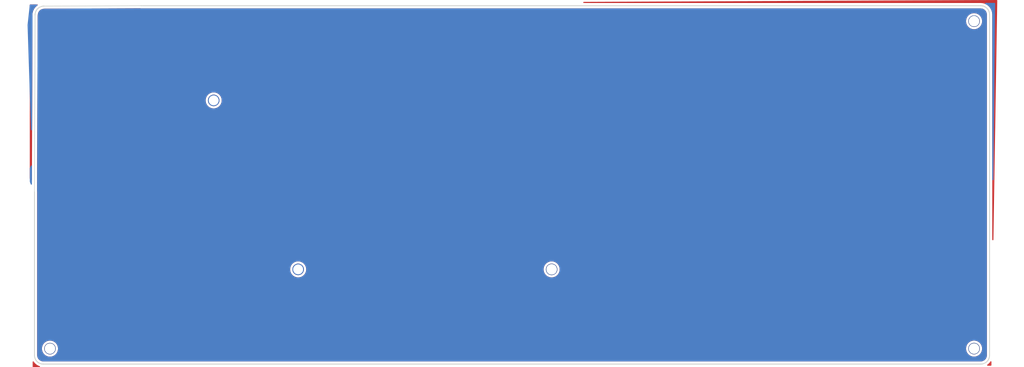
<source format=kicad_pcb>
(kicad_pcb (version 20171130) (host pcbnew "(5.1.0-0)")

  (general
    (thickness 1.6)
    (drawings 14)
    (tracks 0)
    (zones 0)
    (modules 6)
    (nets 1)
  )

  (page A4)
  (layers
    (0 F.Cu signal)
    (31 B.Cu signal)
    (32 B.Adhes user)
    (33 F.Adhes user)
    (34 B.Paste user)
    (35 F.Paste user)
    (36 B.SilkS user)
    (37 F.SilkS user)
    (38 B.Mask user)
    (39 F.Mask user)
    (40 Dwgs.User user)
    (41 Cmts.User user)
    (42 Eco1.User user)
    (43 Eco2.User user)
    (44 Edge.Cuts user)
    (45 Margin user)
    (46 B.CrtYd user)
    (47 F.CrtYd user)
    (48 B.Fab user)
    (49 F.Fab user)
  )

  (setup
    (last_trace_width 0.25)
    (trace_clearance 0.2)
    (zone_clearance 0.508)
    (zone_45_only no)
    (trace_min 0.2)
    (via_size 0.8)
    (via_drill 0.4)
    (via_min_size 0.4)
    (via_min_drill 0.3)
    (uvia_size 0.3)
    (uvia_drill 0.1)
    (uvias_allowed no)
    (uvia_min_size 0.2)
    (uvia_min_drill 0.1)
    (edge_width 0.15)
    (segment_width 0.2)
    (pcb_text_width 0.3)
    (pcb_text_size 1.5 1.5)
    (mod_edge_width 0.15)
    (mod_text_size 1 1)
    (mod_text_width 0.15)
    (pad_size 2.6 2.6)
    (pad_drill 2.2)
    (pad_to_mask_clearance 0.2)
    (aux_axis_origin 0 0)
    (visible_elements 7FFFFFFF)
    (pcbplotparams
      (layerselection 0x010f0_ffffffff)
      (usegerberextensions false)
      (usegerberattributes false)
      (usegerberadvancedattributes false)
      (creategerberjobfile false)
      (excludeedgelayer true)
      (linewidth 0.150000)
      (plotframeref false)
      (viasonmask false)
      (mode 1)
      (useauxorigin false)
      (hpglpennumber 1)
      (hpglpenspeed 20)
      (hpglpendiameter 15.000000)
      (psnegative false)
      (psa4output false)
      (plotreference true)
      (plotvalue true)
      (plotinvisibletext false)
      (padsonsilk false)
      (subtractmaskfromsilk false)
      (outputformat 1)
      (mirror false)
      (drillshape 0)
      (scaleselection 1)
      (outputdirectory ""))
  )

  (net 0 "")

  (net_class Default "This is the default net class."
    (clearance 0.2)
    (trace_width 0.25)
    (via_dia 0.8)
    (via_drill 0.4)
    (uvia_dia 0.3)
    (uvia_drill 0.1)
  )

  (module MountingHole:MountingHole_2.2mm_M2_Pad (layer F.Cu) (tedit 5CF9F190) (tstamp 5CF9F7C5)
    (at 89.08 100.23)
    (descr "Mounting Hole 2.2mm, M2")
    (tags "mounting hole 2.2mm m2")
    (attr virtual)
    (fp_text reference REF** (at 0 -3.2) (layer F.SilkS) hide
      (effects (font (size 1 1) (thickness 0.15)))
    )
    (fp_text value MountingHole_2.2mm_M2_Pad (at 0 3.2) (layer F.Fab)
      (effects (font (size 1 1) (thickness 0.15)))
    )
    (fp_circle (center 0 0) (end 2.45 0) (layer F.CrtYd) (width 0.05))
    (fp_circle (center 0 0) (end 2.2 0) (layer Cmts.User) (width 0.15))
    (fp_text user %R (at 0.3 0) (layer F.Fab)
      (effects (font (size 1 1) (thickness 0.15)))
    )
    (pad 1 thru_hole circle (at 0 0) (size 2.6 2.6) (drill 2.2) (layers *.Cu *.Mask))
  )

  (module MountingHole:MountingHole_2.2mm_M2_Pad (layer F.Cu) (tedit 5CF9F0E2) (tstamp 5CF9F6D3)
    (at 70.03 62.13)
    (descr "Mounting Hole 2.2mm, M2")
    (tags "mounting hole 2.2mm m2")
    (attr virtual)
    (fp_text reference REF** (at 0 -3.2) (layer F.SilkS) hide
      (effects (font (size 1 1) (thickness 0.15)))
    )
    (fp_text value MountingHole_2.2mm_M2_Pad (at 0 3.2) (layer F.Fab)
      (effects (font (size 1 1) (thickness 0.15)))
    )
    (fp_circle (center 0 0) (end 2.45 0) (layer F.CrtYd) (width 0.05))
    (fp_circle (center 0 0) (end 2.2 0) (layer Cmts.User) (width 0.15))
    (fp_text user %R (at 0.3 0) (layer F.Fab)
      (effects (font (size 1 1) (thickness 0.15)))
    )
    (pad 1 thru_hole circle (at 0 0) (size 2.6 2.6) (drill 2.2) (layers *.Cu *.Mask))
  )

  (module MountingHole:MountingHole_2.2mm_M2_Pad (layer F.Cu) (tedit 5C92719F) (tstamp 5C927400)
    (at 241.48 118.09)
    (descr "Mounting Hole 2.2mm, M2")
    (tags "mounting hole 2.2mm m2")
    (attr virtual)
    (fp_text reference "" (at 0 -3.2) (layer F.SilkS)
      (effects (font (size 1 1) (thickness 0.15)))
    )
    (fp_text value MountingHole_2.2mm_M2_Pad (at 0 3.2) (layer F.Fab)
      (effects (font (size 1 1) (thickness 0.15)))
    )
    (fp_circle (center 0 0) (end 2.45 0) (layer F.CrtYd) (width 0.05))
    (fp_circle (center 0 0) (end 2.2 0) (layer Cmts.User) (width 0.15))
    (fp_text user %R (at 0.3 0) (layer F.Fab)
      (effects (font (size 1 1) (thickness 0.15)))
    )
    (pad 1 thru_hole circle (at 0 0) (size 2.6 2.6) (drill 2.2) (layers *.Cu *.Mask))
  )

  (module MountingHole:MountingHole_2.2mm_M2_Pad (layer F.Cu) (tedit 5C9271A9) (tstamp 5C927477)
    (at 241.48 44.27)
    (descr "Mounting Hole 2.2mm, M2")
    (tags "mounting hole 2.2mm m2")
    (attr virtual)
    (fp_text reference "" (at 0 -3.2) (layer F.SilkS)
      (effects (font (size 1 1) (thickness 0.15)))
    )
    (fp_text value MountingHole_2.2mm_M2_Pad (at 0 3.2) (layer F.Fab)
      (effects (font (size 1 1) (thickness 0.15)))
    )
    (fp_circle (center 0 0) (end 2.45 0) (layer F.CrtYd) (width 0.05))
    (fp_circle (center 0 0) (end 2.2 0) (layer Cmts.User) (width 0.15))
    (fp_text user %R (at 0.3 0) (layer F.Fab)
      (effects (font (size 1 1) (thickness 0.15)))
    )
    (pad 1 thru_hole circle (at 0 0) (size 2.6 2.6) (drill 2.2) (layers *.Cu *.Mask))
  )

  (module MountingHole:MountingHole_2.2mm_M2_Pad (layer F.Cu) (tedit 5C9271A4) (tstamp 5C9274CF)
    (at 146.23 100.23)
    (descr "Mounting Hole 2.2mm, M2")
    (tags "mounting hole 2.2mm m2")
    (attr virtual)
    (fp_text reference "" (at 0 -3.2) (layer F.SilkS)
      (effects (font (size 1 1) (thickness 0.15)))
    )
    (fp_text value MountingHole_2.2mm_M2_Pad (at 0 3.2) (layer F.Fab)
      (effects (font (size 1 1) (thickness 0.15)))
    )
    (fp_circle (center 0 0) (end 2.45 0) (layer F.CrtYd) (width 0.05))
    (fp_circle (center 0 0) (end 2.2 0) (layer Cmts.User) (width 0.15))
    (fp_text user %R (at 0.3 0) (layer F.Fab)
      (effects (font (size 1 1) (thickness 0.15)))
    )
    (pad 1 thru_hole circle (at 0 0) (size 2.6 2.6) (drill 2.2) (layers *.Cu *.Mask))
  )

  (module MountingHole:MountingHole_2.2mm_M2_Pad (layer F.Cu) (tedit 5C92719A) (tstamp 5C9274F9)
    (at 33.12 118.1)
    (descr "Mounting Hole 2.2mm, M2")
    (tags "mounting hole 2.2mm m2")
    (attr virtual)
    (fp_text reference "" (at 0 -3.2) (layer F.SilkS)
      (effects (font (size 1 1) (thickness 0.15)))
    )
    (fp_text value MountingHole_2.2mm_M2_Pad (at 0 3.2) (layer F.Fab)
      (effects (font (size 1 1) (thickness 0.15)))
    )
    (fp_circle (center 0 0) (end 2.45 0) (layer F.CrtYd) (width 0.05))
    (fp_circle (center 0 0) (end 2.2 0) (layer Cmts.User) (width 0.15))
    (fp_text user %R (at 0.3 0) (layer F.Fab)
      (effects (font (size 1 1) (thickness 0.15)))
    )
    (pad 1 thru_hole circle (at 0 0) (size 2.6 2.6) (drill 2.2) (layers *.Cu *.Mask))
  )

  (gr_line (start 31.76575 40.86268) (end 53.62275 40.7755) (layer Edge.Cuts) (width 0.15) (tstamp 5CF9F27C))
  (gr_line (start 29.62275 82.7755) (end 29.76575 42.86268) (layer Edge.Cuts) (width 0.15) (tstamp 5CF9F279))
  (gr_circle (center 241.479951 44.272569) (end 242.579951 44.272569) (layer Edge.Cuts) (width 0.2))
  (gr_circle (center 33.119529 118.091823) (end 34.219529 118.091823) (layer Edge.Cuts) (width 0.2))
  (gr_circle (center 241.48039 118.091746) (end 242.58039 118.091746) (layer Edge.Cuts) (width 0.2))
  (gr_circle (center 146.229551 100.231877) (end 147.329551 100.231877) (layer Edge.Cuts) (width 0.2))
  (gr_arc (start 31.76575 42.86268) (end 31.76575 40.86268) (angle -90) (layer Edge.Cuts) (width 0.2))
  (gr_line (start 242.97675 40.7755) (end 53.62275 40.7755) (layer Edge.Cuts) (width 0.2))
  (gr_arc (start 242.97675 42.7755) (end 244.97675 42.7755) (angle -90) (layer Edge.Cuts) (width 0.2))
  (gr_arc (start 242.97675 119.5885) (end 242.97675 121.5885) (angle -90) (layer Edge.Cuts) (width 0.2))
  (gr_line (start 31.62275 121.5885) (end 242.97675 121.5885) (layer Edge.Cuts) (width 0.2))
  (gr_line (start 244.97675 119.5885) (end 244.97675 42.7755) (layer Edge.Cuts) (width 0.2))
  (gr_line (start 29.62275 82.7755) (end 29.62275 119.5885) (layer Edge.Cuts) (width 0.2))
  (gr_arc (start 31.62275 119.5885) (end 29.62275 119.5885) (angle -90) (layer Edge.Cuts) (width 0.2))

  (zone (net 0) (net_name "") (layer B.Cu) (tstamp 5C9274B8) (hatch edge 0.508)
    (connect_pads (clearance 0.508))
    (min_thickness 0.254)
    (fill yes (arc_segments 16) (thermal_gap 0.508) (thermal_bridge_width 0.508))
    (polygon
      (pts
        (xy 246.17 40.14) (xy 28.57512 40.51) (xy 28.06762 45.131125) (xy 29.08262 76.313135) (xy 28.57512 77.39095)
        (xy 28.57512 80.47) (xy 29.19 82.07) (xy 29.4 120.94) (xy 31.06 122.26) (xy 244.03 121.87)
        (xy 245.44 120.56) (xy 246.23 40.18)
      )
    )
    (filled_polygon
      (pts
        (xy 53.478665 41.499865) (xy 53.586645 41.5105) (xy 242.940803 41.5105) (xy 243.221771 41.538049) (xy 243.457462 41.609208)
        (xy 243.674839 41.724791) (xy 243.865629 41.880395) (xy 244.022561 42.070093) (xy 244.139656 42.286657) (xy 244.212459 42.521844)
        (xy 244.241751 42.800537) (xy 244.24175 119.552553) (xy 244.214201 119.833521) (xy 244.143041 120.069212) (xy 244.027461 120.286588)
        (xy 243.871854 120.477379) (xy 243.682158 120.634311) (xy 243.465593 120.751406) (xy 243.230406 120.824209) (xy 242.951722 120.8535)
        (xy 31.658697 120.8535) (xy 31.377729 120.825951) (xy 31.142038 120.754791) (xy 30.924662 120.639211) (xy 30.733871 120.483604)
        (xy 30.576939 120.293908) (xy 30.459844 120.077343) (xy 30.387041 119.842156) (xy 30.35775 119.563472) (xy 30.35775 117.909419)
        (xy 31.185 117.909419) (xy 31.185 118.290581) (xy 31.259361 118.664419) (xy 31.405225 119.016566) (xy 31.616987 119.333491)
        (xy 31.886509 119.603013) (xy 32.203434 119.814775) (xy 32.555581 119.960639) (xy 32.929419 120.035) (xy 33.310581 120.035)
        (xy 33.684419 119.960639) (xy 34.036566 119.814775) (xy 34.353491 119.603013) (xy 34.623013 119.333491) (xy 34.834775 119.016566)
        (xy 34.980639 118.664419) (xy 35.055 118.290581) (xy 35.055 117.909419) (xy 35.053011 117.899419) (xy 239.545 117.899419)
        (xy 239.545 118.280581) (xy 239.619361 118.654419) (xy 239.765225 119.006566) (xy 239.976987 119.323491) (xy 240.246509 119.593013)
        (xy 240.563434 119.804775) (xy 240.915581 119.950639) (xy 241.289419 120.025) (xy 241.670581 120.025) (xy 242.044419 119.950639)
        (xy 242.396566 119.804775) (xy 242.713491 119.593013) (xy 242.983013 119.323491) (xy 243.194775 119.006566) (xy 243.340639 118.654419)
        (xy 243.415 118.280581) (xy 243.415 117.899419) (xy 243.340639 117.525581) (xy 243.194775 117.173434) (xy 242.983013 116.856509)
        (xy 242.713491 116.586987) (xy 242.396566 116.375225) (xy 242.044419 116.229361) (xy 241.670581 116.155) (xy 241.289419 116.155)
        (xy 240.915581 116.229361) (xy 240.563434 116.375225) (xy 240.246509 116.586987) (xy 239.976987 116.856509) (xy 239.765225 117.173434)
        (xy 239.619361 117.525581) (xy 239.545 117.899419) (xy 35.053011 117.899419) (xy 34.980639 117.535581) (xy 34.834775 117.183434)
        (xy 34.623013 116.866509) (xy 34.353491 116.596987) (xy 34.036566 116.385225) (xy 33.684419 116.239361) (xy 33.310581 116.165)
        (xy 32.929419 116.165) (xy 32.555581 116.239361) (xy 32.203434 116.385225) (xy 31.886509 116.596987) (xy 31.616987 116.866509)
        (xy 31.405225 117.183434) (xy 31.259361 117.535581) (xy 31.185 117.909419) (xy 30.35775 117.909419) (xy 30.35775 100.039419)
        (xy 87.145 100.039419) (xy 87.145 100.420581) (xy 87.219361 100.794419) (xy 87.365225 101.146566) (xy 87.576987 101.463491)
        (xy 87.846509 101.733013) (xy 88.163434 101.944775) (xy 88.515581 102.090639) (xy 88.889419 102.165) (xy 89.270581 102.165)
        (xy 89.644419 102.090639) (xy 89.996566 101.944775) (xy 90.313491 101.733013) (xy 90.583013 101.463491) (xy 90.794775 101.146566)
        (xy 90.940639 100.794419) (xy 91.015 100.420581) (xy 91.015 100.039419) (xy 144.295 100.039419) (xy 144.295 100.420581)
        (xy 144.369361 100.794419) (xy 144.515225 101.146566) (xy 144.726987 101.463491) (xy 144.996509 101.733013) (xy 145.313434 101.944775)
        (xy 145.665581 102.090639) (xy 146.039419 102.165) (xy 146.420581 102.165) (xy 146.794419 102.090639) (xy 147.146566 101.944775)
        (xy 147.463491 101.733013) (xy 147.733013 101.463491) (xy 147.944775 101.146566) (xy 148.090639 100.794419) (xy 148.165 100.420581)
        (xy 148.165 100.039419) (xy 148.090639 99.665581) (xy 147.944775 99.313434) (xy 147.733013 98.996509) (xy 147.463491 98.726987)
        (xy 147.146566 98.515225) (xy 146.794419 98.369361) (xy 146.420581 98.295) (xy 146.039419 98.295) (xy 145.665581 98.369361)
        (xy 145.313434 98.515225) (xy 144.996509 98.726987) (xy 144.726987 98.996509) (xy 144.515225 99.313434) (xy 144.369361 99.665581)
        (xy 144.295 100.039419) (xy 91.015 100.039419) (xy 90.940639 99.665581) (xy 90.794775 99.313434) (xy 90.583013 98.996509)
        (xy 90.313491 98.726987) (xy 89.996566 98.515225) (xy 89.644419 98.369361) (xy 89.270581 98.295) (xy 88.889419 98.295)
        (xy 88.515581 98.369361) (xy 88.163434 98.515225) (xy 87.846509 98.726987) (xy 87.576987 98.996509) (xy 87.365225 99.313434)
        (xy 87.219361 99.665581) (xy 87.145 100.039419) (xy 30.35775 100.039419) (xy 30.35775 82.739395) (xy 30.347115 82.631415)
        (xy 30.333432 82.586308) (xy 30.407406 61.939419) (xy 68.095 61.939419) (xy 68.095 62.320581) (xy 68.169361 62.694419)
        (xy 68.315225 63.046566) (xy 68.526987 63.363491) (xy 68.796509 63.633013) (xy 69.113434 63.844775) (xy 69.465581 63.990639)
        (xy 69.839419 64.065) (xy 70.220581 64.065) (xy 70.594419 63.990639) (xy 70.946566 63.844775) (xy 71.263491 63.633013)
        (xy 71.533013 63.363491) (xy 71.744775 63.046566) (xy 71.890639 62.694419) (xy 71.965 62.320581) (xy 71.965 61.939419)
        (xy 71.890639 61.565581) (xy 71.744775 61.213434) (xy 71.533013 60.896509) (xy 71.263491 60.626987) (xy 70.946566 60.415225)
        (xy 70.594419 60.269361) (xy 70.220581 60.195) (xy 69.839419 60.195) (xy 69.465581 60.269361) (xy 69.113434 60.415225)
        (xy 68.796509 60.626987) (xy 68.526987 60.896509) (xy 68.315225 61.213434) (xy 68.169361 61.565581) (xy 68.095 61.939419)
        (xy 30.407406 61.939419) (xy 30.471395 44.079419) (xy 239.545 44.079419) (xy 239.545 44.460581) (xy 239.619361 44.834419)
        (xy 239.765225 45.186566) (xy 239.976987 45.503491) (xy 240.246509 45.773013) (xy 240.563434 45.984775) (xy 240.915581 46.130639)
        (xy 241.289419 46.205) (xy 241.670581 46.205) (xy 242.044419 46.130639) (xy 242.396566 45.984775) (xy 242.713491 45.773013)
        (xy 242.983013 45.503491) (xy 243.194775 45.186566) (xy 243.340639 44.834419) (xy 243.415 44.460581) (xy 243.415 44.079419)
        (xy 243.340639 43.705581) (xy 243.194775 43.353434) (xy 242.983013 43.036509) (xy 242.713491 42.766987) (xy 242.396566 42.555225)
        (xy 242.044419 42.409361) (xy 241.670581 42.335) (xy 241.289419 42.335) (xy 240.915581 42.409361) (xy 240.563434 42.555225)
        (xy 240.246509 42.766987) (xy 239.976987 43.036509) (xy 239.765225 43.353434) (xy 239.619361 43.705581) (xy 239.545 44.079419)
        (xy 30.471395 44.079419) (xy 30.475106 43.043706) (xy 30.496169 42.94461) (xy 30.497242 42.934404) (xy 30.528299 42.617659)
        (xy 30.599458 42.381968) (xy 30.715041 42.164591) (xy 30.870645 41.973801) (xy 31.060343 41.816869) (xy 31.276907 41.699774)
        (xy 31.512094 41.626971) (xy 31.828616 41.593703) (xy 31.849375 41.589442) (xy 31.911041 41.583177) (xy 31.94773 41.571959)
        (xy 53.433812 41.486259)
      )
    )
    (filled_polygon
      (pts
        (xy 28.919068 81.010966) (xy 28.70212 80.446438) (xy 28.70212 77.419354) (xy 28.933698 76.927535)
      )
    )
    (filled_polygon
      (pts
        (xy 245.71175 79.987846) (xy 245.71175 42.739395) (xy 245.708589 42.707306) (xy 245.708676 42.694921) (xy 245.707675 42.684708)
        (xy 245.666874 42.296515) (xy 245.653465 42.231195) (xy 245.640995 42.165823) (xy 245.63803 42.155999) (xy 245.522606 41.783124)
        (xy 245.496788 41.721705) (xy 245.471836 41.659947) (xy 245.467018 41.650886) (xy 245.281367 41.307531) (xy 245.244092 41.252268)
        (xy 245.207637 41.196559) (xy 245.201151 41.188606) (xy 244.952344 40.887851) (xy 244.905038 40.840874) (xy 244.858467 40.793317)
        (xy 244.85056 40.786775) (xy 244.548075 40.540074) (xy 244.492567 40.503195) (xy 244.437622 40.465573) (xy 244.428595 40.460692)
        (xy 244.083953 40.277442) (xy 244.067295 40.270576) (xy 246.102138 40.267116)
      )
    )
    (filled_polygon
      (pts
        (xy 30.178856 40.638279) (xy 29.878101 40.887086) (xy 29.831124 40.934392) (xy 29.783567 40.980963) (xy 29.777025 40.98887)
        (xy 29.530324 41.291355) (xy 29.493445 41.346863) (xy 29.455823 41.401808) (xy 29.450942 41.410835) (xy 29.267692 41.755477)
        (xy 29.242296 41.817093) (xy 29.216063 41.878298) (xy 29.213028 41.888101) (xy 29.10021 42.261773) (xy 29.087262 42.327165)
        (xy 29.073421 42.392281) (xy 29.072348 42.402487) (xy 29.034258 42.790956) (xy 29.034258 42.934403) (xy 29.055112 43.039723)
        (xy 28.963047 68.736036) (xy 28.194847 45.136014) (xy 28.688957 40.636807) (xy 30.183778 40.634265)
      )
    )
  )
  (zone (net 0) (net_name "") (layer F.Cu) (tstamp 5C9274BB) (hatch edge 0.508)
    (connect_pads (clearance 0.508))
    (min_thickness 0.254)
    (fill yes (arc_segments 16) (thermal_gap 0.508) (thermal_bridge_width 0.508))
    (polygon
      (pts
        (xy 246.64 39.49) (xy 28.57512 40.48142) (xy 28.58012 42.01) (xy 28.57012 78.9) (xy 28.57512 79.77221)
        (xy 29.19 80.55) (xy 29.22 122.3) (xy 245.38 121.95) (xy 246.71 39.56)
      )
    )
    (filled_polygon
      (pts
        (xy 29.355403 121.111724) (xy 29.391863 121.167441) (xy 29.398349 121.175394) (xy 29.647155 121.476148) (xy 29.694462 121.523126)
        (xy 29.741033 121.570683) (xy 29.74894 121.577225) (xy 30.051425 121.823926) (xy 30.106933 121.860805) (xy 30.161878 121.898427)
        (xy 30.170905 121.903308) (xy 30.515546 122.086558) (xy 30.577176 122.11196) (xy 30.638368 122.138187) (xy 30.648171 122.141222)
        (xy 30.745244 122.17053) (xy 29.346909 122.172794) (xy 29.346137 121.097986)
      )
    )
    (filled_polygon
      (pts
        (xy 245.255031 121.823202) (xy 244.548112 121.824347) (xy 244.555691 121.819387) (xy 244.563644 121.812901) (xy 244.864398 121.564095)
        (xy 244.911376 121.516788) (xy 244.958933 121.470217) (xy 244.965475 121.46231) (xy 245.212176 121.159825) (xy 245.249055 121.104317)
        (xy 245.26706 121.078021)
      )
    )
    (filled_polygon
      (pts
        (xy 53.478665 41.499865) (xy 53.586645 41.5105) (xy 242.940803 41.5105) (xy 243.221771 41.538049) (xy 243.457462 41.609208)
        (xy 243.674839 41.724791) (xy 243.865629 41.880395) (xy 244.022561 42.070093) (xy 244.139656 42.286657) (xy 244.212459 42.521844)
        (xy 244.241751 42.800537) (xy 244.24175 119.552553) (xy 244.214201 119.833521) (xy 244.143041 120.069212) (xy 244.027461 120.286588)
        (xy 243.871854 120.477379) (xy 243.682158 120.634311) (xy 243.465593 120.751406) (xy 243.230406 120.824209) (xy 242.951722 120.8535)
        (xy 31.658697 120.8535) (xy 31.377729 120.825951) (xy 31.142038 120.754791) (xy 30.924662 120.639211) (xy 30.733871 120.483604)
        (xy 30.576939 120.293908) (xy 30.459844 120.077343) (xy 30.387041 119.842156) (xy 30.35775 119.563472) (xy 30.35775 117.909419)
        (xy 31.185 117.909419) (xy 31.185 118.290581) (xy 31.259361 118.664419) (xy 31.405225 119.016566) (xy 31.616987 119.333491)
        (xy 31.886509 119.603013) (xy 32.203434 119.814775) (xy 32.555581 119.960639) (xy 32.929419 120.035) (xy 33.310581 120.035)
        (xy 33.684419 119.960639) (xy 34.036566 119.814775) (xy 34.353491 119.603013) (xy 34.623013 119.333491) (xy 34.834775 119.016566)
        (xy 34.980639 118.664419) (xy 35.055 118.290581) (xy 35.055 117.909419) (xy 35.053011 117.899419) (xy 239.545 117.899419)
        (xy 239.545 118.280581) (xy 239.619361 118.654419) (xy 239.765225 119.006566) (xy 239.976987 119.323491) (xy 240.246509 119.593013)
        (xy 240.563434 119.804775) (xy 240.915581 119.950639) (xy 241.289419 120.025) (xy 241.670581 120.025) (xy 242.044419 119.950639)
        (xy 242.396566 119.804775) (xy 242.713491 119.593013) (xy 242.983013 119.323491) (xy 243.194775 119.006566) (xy 243.340639 118.654419)
        (xy 243.415 118.280581) (xy 243.415 117.899419) (xy 243.340639 117.525581) (xy 243.194775 117.173434) (xy 242.983013 116.856509)
        (xy 242.713491 116.586987) (xy 242.396566 116.375225) (xy 242.044419 116.229361) (xy 241.670581 116.155) (xy 241.289419 116.155)
        (xy 240.915581 116.229361) (xy 240.563434 116.375225) (xy 240.246509 116.586987) (xy 239.976987 116.856509) (xy 239.765225 117.173434)
        (xy 239.619361 117.525581) (xy 239.545 117.899419) (xy 35.053011 117.899419) (xy 34.980639 117.535581) (xy 34.834775 117.183434)
        (xy 34.623013 116.866509) (xy 34.353491 116.596987) (xy 34.036566 116.385225) (xy 33.684419 116.239361) (xy 33.310581 116.165)
        (xy 32.929419 116.165) (xy 32.555581 116.239361) (xy 32.203434 116.385225) (xy 31.886509 116.596987) (xy 31.616987 116.866509)
        (xy 31.405225 117.183434) (xy 31.259361 117.535581) (xy 31.185 117.909419) (xy 30.35775 117.909419) (xy 30.35775 100.039419)
        (xy 87.145 100.039419) (xy 87.145 100.420581) (xy 87.219361 100.794419) (xy 87.365225 101.146566) (xy 87.576987 101.463491)
        (xy 87.846509 101.733013) (xy 88.163434 101.944775) (xy 88.515581 102.090639) (xy 88.889419 102.165) (xy 89.270581 102.165)
        (xy 89.644419 102.090639) (xy 89.996566 101.944775) (xy 90.313491 101.733013) (xy 90.583013 101.463491) (xy 90.794775 101.146566)
        (xy 90.940639 100.794419) (xy 91.015 100.420581) (xy 91.015 100.039419) (xy 144.295 100.039419) (xy 144.295 100.420581)
        (xy 144.369361 100.794419) (xy 144.515225 101.146566) (xy 144.726987 101.463491) (xy 144.996509 101.733013) (xy 145.313434 101.944775)
        (xy 145.665581 102.090639) (xy 146.039419 102.165) (xy 146.420581 102.165) (xy 146.794419 102.090639) (xy 147.146566 101.944775)
        (xy 147.463491 101.733013) (xy 147.733013 101.463491) (xy 147.944775 101.146566) (xy 148.090639 100.794419) (xy 148.165 100.420581)
        (xy 148.165 100.039419) (xy 148.090639 99.665581) (xy 147.944775 99.313434) (xy 147.733013 98.996509) (xy 147.463491 98.726987)
        (xy 147.146566 98.515225) (xy 146.794419 98.369361) (xy 146.420581 98.295) (xy 146.039419 98.295) (xy 145.665581 98.369361)
        (xy 145.313434 98.515225) (xy 144.996509 98.726987) (xy 144.726987 98.996509) (xy 144.515225 99.313434) (xy 144.369361 99.665581)
        (xy 144.295 100.039419) (xy 91.015 100.039419) (xy 90.940639 99.665581) (xy 90.794775 99.313434) (xy 90.583013 98.996509)
        (xy 90.313491 98.726987) (xy 89.996566 98.515225) (xy 89.644419 98.369361) (xy 89.270581 98.295) (xy 88.889419 98.295)
        (xy 88.515581 98.369361) (xy 88.163434 98.515225) (xy 87.846509 98.726987) (xy 87.576987 98.996509) (xy 87.365225 99.313434)
        (xy 87.219361 99.665581) (xy 87.145 100.039419) (xy 30.35775 100.039419) (xy 30.35775 82.739395) (xy 30.347115 82.631415)
        (xy 30.333432 82.586308) (xy 30.407406 61.939419) (xy 68.095 61.939419) (xy 68.095 62.320581) (xy 68.169361 62.694419)
        (xy 68.315225 63.046566) (xy 68.526987 63.363491) (xy 68.796509 63.633013) (xy 69.113434 63.844775) (xy 69.465581 63.990639)
        (xy 69.839419 64.065) (xy 70.220581 64.065) (xy 70.594419 63.990639) (xy 70.946566 63.844775) (xy 71.263491 63.633013)
        (xy 71.533013 63.363491) (xy 71.744775 63.046566) (xy 71.890639 62.694419) (xy 71.965 62.320581) (xy 71.965 61.939419)
        (xy 71.890639 61.565581) (xy 71.744775 61.213434) (xy 71.533013 60.896509) (xy 71.263491 60.626987) (xy 70.946566 60.415225)
        (xy 70.594419 60.269361) (xy 70.220581 60.195) (xy 69.839419 60.195) (xy 69.465581 60.269361) (xy 69.113434 60.415225)
        (xy 68.796509 60.626987) (xy 68.526987 60.896509) (xy 68.315225 61.213434) (xy 68.169361 61.565581) (xy 68.095 61.939419)
        (xy 30.407406 61.939419) (xy 30.471395 44.079419) (xy 239.545 44.079419) (xy 239.545 44.460581) (xy 239.619361 44.834419)
        (xy 239.765225 45.186566) (xy 239.976987 45.503491) (xy 240.246509 45.773013) (xy 240.563434 45.984775) (xy 240.915581 46.130639)
        (xy 241.289419 46.205) (xy 241.670581 46.205) (xy 242.044419 46.130639) (xy 242.396566 45.984775) (xy 242.713491 45.773013)
        (xy 242.983013 45.503491) (xy 243.194775 45.186566) (xy 243.340639 44.834419) (xy 243.415 44.460581) (xy 243.415 44.079419)
        (xy 243.340639 43.705581) (xy 243.194775 43.353434) (xy 242.983013 43.036509) (xy 242.713491 42.766987) (xy 242.396566 42.555225)
        (xy 242.044419 42.409361) (xy 241.670581 42.335) (xy 241.289419 42.335) (xy 240.915581 42.409361) (xy 240.563434 42.555225)
        (xy 240.246509 42.766987) (xy 239.976987 43.036509) (xy 239.765225 43.353434) (xy 239.619361 43.705581) (xy 239.545 44.079419)
        (xy 30.471395 44.079419) (xy 30.475106 43.043706) (xy 30.496169 42.94461) (xy 30.497242 42.934404) (xy 30.528299 42.617659)
        (xy 30.599458 42.381968) (xy 30.715041 42.164591) (xy 30.870645 41.973801) (xy 31.060343 41.816869) (xy 31.276907 41.699774)
        (xy 31.512094 41.626971) (xy 31.828616 41.593703) (xy 31.849375 41.589442) (xy 31.911041 41.583177) (xy 31.94773 41.571959)
        (xy 53.433812 41.486259)
      )
    )
    (filled_polygon
      (pts
        (xy 245.71175 93.530646) (xy 245.71175 42.739395) (xy 245.708589 42.707306) (xy 245.708676 42.694921) (xy 245.707675 42.684708)
        (xy 245.666874 42.296515) (xy 245.653465 42.231195) (xy 245.640995 42.165823) (xy 245.63803 42.155999) (xy 245.522606 41.783124)
        (xy 245.496788 41.721705) (xy 245.471836 41.659947) (xy 245.467018 41.650886) (xy 245.281367 41.307531) (xy 245.244092 41.252268)
        (xy 245.207637 41.196559) (xy 245.201151 41.188606) (xy 244.952344 40.887851) (xy 244.905038 40.840874) (xy 244.858467 40.793317)
        (xy 244.85056 40.786775) (xy 244.548075 40.540074) (xy 244.492567 40.503195) (xy 244.437622 40.465573) (xy 244.428595 40.460692)
        (xy 244.083953 40.277442) (xy 244.022337 40.252046) (xy 243.961132 40.225813) (xy 243.951329 40.222778) (xy 243.577657 40.10996)
        (xy 243.512265 40.097012) (xy 243.447149 40.083171) (xy 243.436943 40.082098) (xy 243.048474 40.044008) (xy 243.048473 40.044008)
        (xy 243.012855 40.0405) (xy 153.490618 40.0405) (xy 246.582059 39.617265)
      )
    )
    (filled_polygon
      (pts
        (xy 30.186809 40.631793) (xy 30.178856 40.638279) (xy 29.878101 40.887086) (xy 29.831124 40.934392) (xy 29.783567 40.980963)
        (xy 29.777025 40.98887) (xy 29.530324 41.291355) (xy 29.493445 41.346863) (xy 29.455823 41.401808) (xy 29.450942 41.410835)
        (xy 29.267692 41.755477) (xy 29.242296 41.817093) (xy 29.216063 41.878298) (xy 29.213028 41.888101) (xy 29.10021 42.261773)
        (xy 29.087262 42.327165) (xy 29.073421 42.392281) (xy 29.072348 42.402487) (xy 29.034258 42.790956) (xy 29.034258 42.934403)
        (xy 29.055112 43.039723) (xy 28.922665 80.00705) (xy 28.701867 79.727753) (xy 28.69712 78.89964) (xy 28.70712 42.010034)
        (xy 28.707119 42.009585) (xy 28.702534 40.607842) (xy 30.23405 40.600879)
      )
    )
  )
)

</source>
